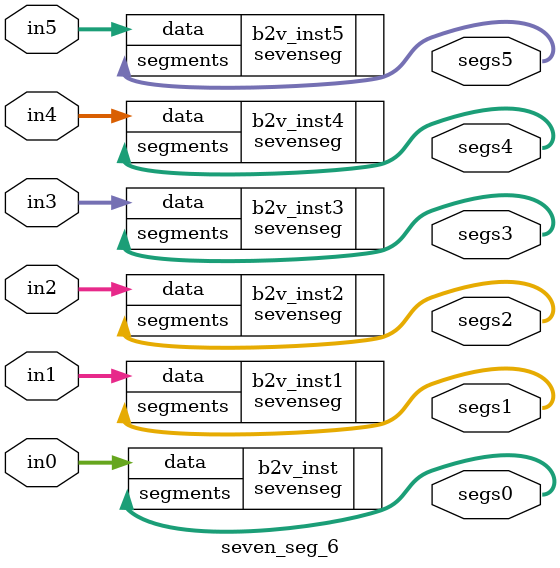
<source format=v>


module seven_seg_6(
	in0,
	in1,
	in2,
	in3,
	in4,
	in5,
	segs0,
	segs1,
	segs2,
	segs3,
	segs4,
	segs5
);


input wire	[3:0] in0;
input wire	[3:0] in1;
input wire	[3:0] in2;
input wire	[3:0] in3;
input wire	[3:0] in4;
input wire	[3:0] in5;
output wire	[6:0] segs0;
output wire	[6:0] segs1;
output wire	[6:0] segs2;
output wire	[6:0] segs3;
output wire	[6:0] segs4;
output wire	[6:0] segs5;






sevenseg	b2v_inst(
	.data(in0),
	.segments(segs0));


sevenseg	b2v_inst1(
	.data(in1),
	.segments(segs1));


sevenseg	b2v_inst2(
	.data(in2),
	.segments(segs2));


sevenseg	b2v_inst3(
	.data(in3),
	.segments(segs3));


sevenseg	b2v_inst4(
	.data(in4),
	.segments(segs4));


sevenseg	b2v_inst5(
	.data(in5),
	.segments(segs5));


endmodule

</source>
